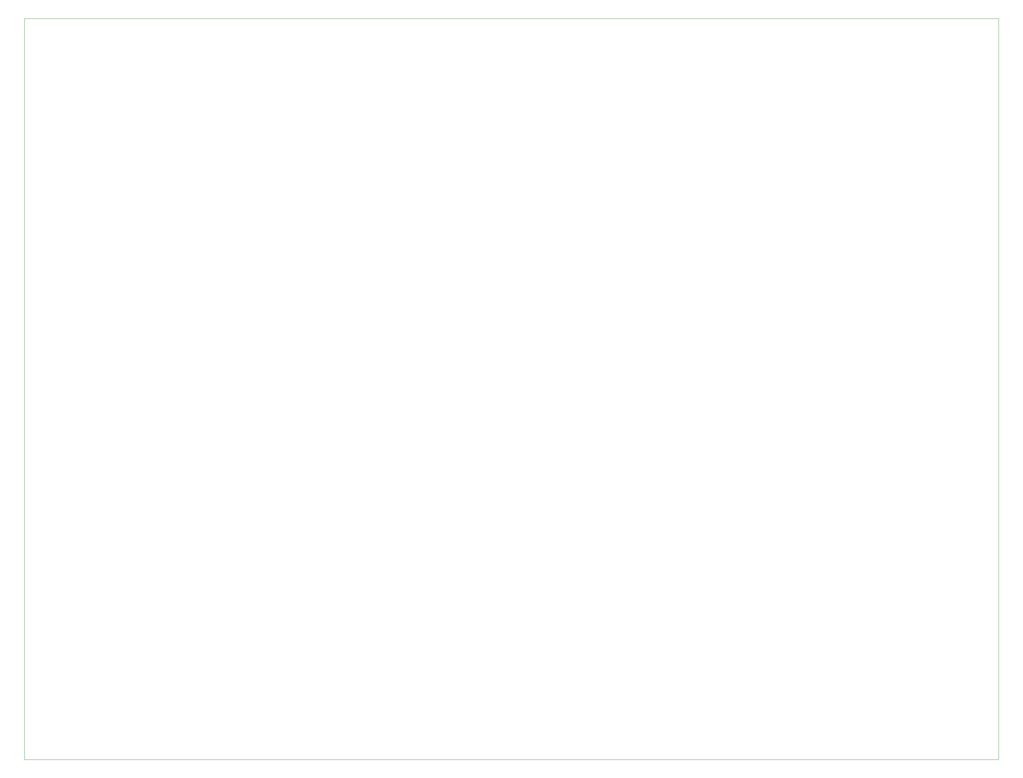
<source format=gbr>
G04 #@! TF.GenerationSoftware,KiCad,Pcbnew,(5.1.2-1)-1*
G04 #@! TF.CreationDate,2020-07-03T15:42:06-05:00*
G04 #@! TF.ProjectId,ShiftDriverMotherboard64,53686966-7444-4726-9976-65724d6f7468,rev?*
G04 #@! TF.SameCoordinates,Original*
G04 #@! TF.FileFunction,Profile,NP*
%FSLAX46Y46*%
G04 Gerber Fmt 4.6, Leading zero omitted, Abs format (unit mm)*
G04 Created by KiCad (PCBNEW (5.1.2-1)-1) date 2020-07-03 15:42:06*
%MOMM*%
%LPD*%
G04 APERTURE LIST*
%ADD10C,0.050000*%
G04 APERTURE END LIST*
D10*
X10000000Y-200000000D02*
X10000000Y-10000000D01*
X260000000Y-200000000D02*
X10000000Y-200000000D01*
X260000000Y-10000000D02*
X260000000Y-200000000D01*
X10000000Y-10000000D02*
X260000000Y-10000000D01*
M02*

</source>
